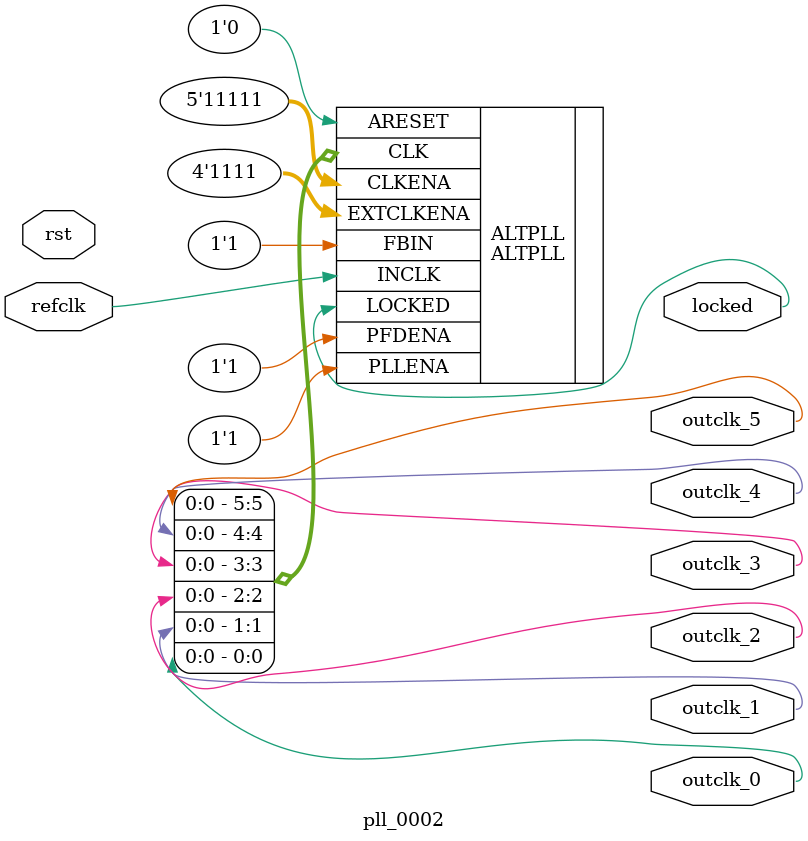
<source format=v>
`ifndef SDRAM_SHIFT

// valid values for 96 MHz
// 0 -520 -1041 -1475 -1996 -2517 -2994 -3515 -3993 -4253 -4513 -4774 -5034
// -5208 (-180 deg)

	`ifndef JTFRAME_SDRAM96
		// 48 MHz clock
		`define SDRAM_SHIFT "5520 ps"
	`else
		// 96 MHz clock
		`define SDRAM_SHIFT "-3515 ps"
		//`define SDRAM_SHIFT "-5034"
	`endif
`endif

module  pll_0002(

	// interface 'refclk'
	input wire refclk,

	// interface 'reset'
	input wire rst,

	// interface 'outclk0'
	output wire outclk_0,

	// interface 'outclk1'
	output wire outclk_1,

	// interface 'outclk2'
	output wire outclk_2,

	// interface 'outclk3'
	output wire outclk_3,

	// interface 'outclk4'
	output wire outclk_4,

	// interface 'outclk5'
	output wire outclk_5,

	// interface 'locked'
	output wire locked
);

`ifdef CYCLONEV
	altera_pll #(
		.fractional_vco_multiplier("false"),
		.reference_clock_frequency("50.0 MHz"),
		.operation_mode("direct"),
		.number_of_clocks(6),
		.output_clock_frequency0("48.000000 MHz"),
		.phase_shift0("0 ps"),
		.duty_cycle0(50),
		.output_clock_frequency1("48.000000 MHz"),
		.phase_shift1(`SDRAM_SHIFT),
		.duty_cycle1(50),
		.output_clock_frequency2("24.000000 MHz"),
		.phase_shift2("0 ps"),
		.duty_cycle2(50),
		.output_clock_frequency3("6.000000 MHz"),
		.phase_shift3("0 ps"),
		.duty_cycle3(50),
		.output_clock_frequency4("96.000000 MHz"),
		.phase_shift4("0 ps"),
		.duty_cycle4(50),
		.output_clock_frequency5("96.000000 MHz"),
		.phase_shift5(`SDRAM_SHIFT),
		.duty_cycle5(50),
		.output_clock_frequency6("0 MHz"),
		.phase_shift6("0 ps"),
		.duty_cycle6(50),
		.output_clock_frequency7("0 MHz"),
		.phase_shift7("0 ps"),
		.duty_cycle7(50),
		.output_clock_frequency8("0 MHz"),
		.phase_shift8("0 ps"),
		.duty_cycle8(50),
		.output_clock_frequency9("0 MHz"),
		.phase_shift9("0 ps"),
		.duty_cycle9(50),
		.output_clock_frequency10("0 MHz"),
		.phase_shift10("0 ps"),
		.duty_cycle10(50),
		.output_clock_frequency11("0 MHz"),
		.phase_shift11("0 ps"),
		.duty_cycle11(50),
		.output_clock_frequency12("0 MHz"),
		.phase_shift12("0 ps"),
		.duty_cycle12(50),
		.output_clock_frequency13("0 MHz"),
		.phase_shift13("0 ps"),
		.duty_cycle13(50),
		.output_clock_frequency14("0 MHz"),
		.phase_shift14("0 ps"),
		.duty_cycle14(50),
		.output_clock_frequency15("0 MHz"),
		.phase_shift15("0 ps"),
		.duty_cycle15(50),
		.output_clock_frequency16("0 MHz"),
		.phase_shift16("0 ps"),
		.duty_cycle16(50),
		.output_clock_frequency17("0 MHz"),
		.phase_shift17("0 ps"),
		.duty_cycle17(50),
		.pll_type("General"),
		.pll_subtype("General")
	) altera_pll_i (
		.rst	(rst),
		.outclk	({outclk_5, outclk_4, outclk_3, outclk_2, outclk_1, outclk_0}),
		.locked	(locked),
		.fboutclk	( ),
		.fbclk	(1'b0),
		.refclk	(refclk)
	);

`else

	ALTPLL #(
		.BANDWIDTH_TYPE("AUTO"),
		.CLK0_DIVIDE_BY(10'd25),   // 48.000 MHz ~= 50 MHz * 24 / 25
		.CLK0_DUTY_CYCLE(6'd50),
		.CLK0_MULTIPLY_BY(10'd24),
		.CLK0_PHASE_SHIFT(1'd0),

		.CLK1_DIVIDE_BY(10'd25),   // 48.000 MHz  PS
		.CLK1_DUTY_CYCLE(6'd50),
		.CLK1_MULTIPLY_BY(10'd24),
		.CLK1_PHASE_SHIFT(`SDRAM_SHIFT),

		.CLK2_DIVIDE_BY(10'd25),   // 24.000 MHz
		.CLK2_DUTY_CYCLE(6'd50),
		.CLK2_MULTIPLY_BY(10'd12),
		.CLK2_PHASE_SHIFT(1'd0),

		.CLK3_DIVIDE_BY(10'd25),   // 6.000 MHz
		.CLK3_DUTY_CYCLE(6'd50),
		.CLK3_MULTIPLY_BY(10'd3),
		.CLK3_PHASE_SHIFT(1'd0),

		.CLK4_DIVIDE_BY(10'd25),   // 96.000 MHz
		.CLK4_DUTY_CYCLE(6'd50),
		.CLK4_MULTIPLY_BY(10'd48),
		.CLK4_PHASE_SHIFT(1'd0),

		.CLK5_DIVIDE_BY(10'd25),   //  96.000 MHz  PS
		.CLK5_DUTY_CYCLE(6'd50),
		.CLK5_MULTIPLY_BY(10'd48),
		.CLK5_PHASE_SHIFT(`SDRAM_SHIFT),

		.COMPENSATE_CLOCK("CLK0"),
		.INCLK0_INPUT_FREQUENCY(15'd20000),
		.OPERATION_MODE("NORMAL")

	) ALTPLL (
		.ARESET(1'd0),
		.CLKENA(5'd31),
		.EXTCLKENA(4'd15),
		.FBIN(1'd1),
		.INCLK(refclk),
		.PFDENA(1'd1),
		.PLLENA(1'd1),
		.CLK({outclk_5, outclk_4, outclk_3, outclk_2, outclk_1, outclk_0}),
		.LOCKED(locked)
	);
`endif

endmodule


</source>
